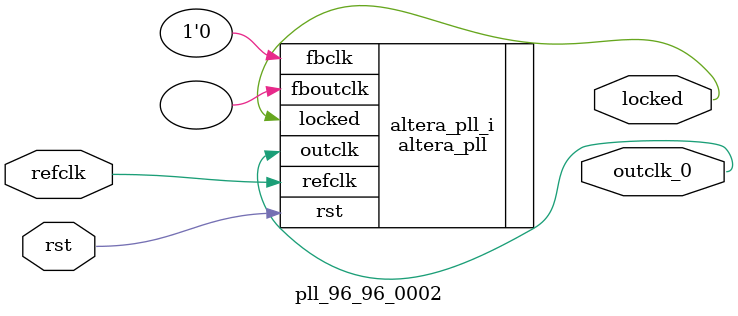
<source format=v>
`timescale 1ns/10ps
module  pll_96_96_0002(

	// interface 'refclk'
	input wire refclk,

	// interface 'reset'
	input wire rst,

	// interface 'outclk0'
	output wire outclk_0,

	// interface 'locked'
	output wire locked
);

	altera_pll #(
		.fractional_vco_multiplier("false"),
		.reference_clock_frequency("96.0 MHz"),
		.operation_mode("direct"),
		.number_of_clocks(1),
		.output_clock_frequency0("96.000000 MHz"),
		.phase_shift0("0 ps"),
		.duty_cycle0(50),
		.output_clock_frequency1("0 MHz"),
		.phase_shift1("0 ps"),
		.duty_cycle1(50),
		.output_clock_frequency2("0 MHz"),
		.phase_shift2("0 ps"),
		.duty_cycle2(50),
		.output_clock_frequency3("0 MHz"),
		.phase_shift3("0 ps"),
		.duty_cycle3(50),
		.output_clock_frequency4("0 MHz"),
		.phase_shift4("0 ps"),
		.duty_cycle4(50),
		.output_clock_frequency5("0 MHz"),
		.phase_shift5("0 ps"),
		.duty_cycle5(50),
		.output_clock_frequency6("0 MHz"),
		.phase_shift6("0 ps"),
		.duty_cycle6(50),
		.output_clock_frequency7("0 MHz"),
		.phase_shift7("0 ps"),
		.duty_cycle7(50),
		.output_clock_frequency8("0 MHz"),
		.phase_shift8("0 ps"),
		.duty_cycle8(50),
		.output_clock_frequency9("0 MHz"),
		.phase_shift9("0 ps"),
		.duty_cycle9(50),
		.output_clock_frequency10("0 MHz"),
		.phase_shift10("0 ps"),
		.duty_cycle10(50),
		.output_clock_frequency11("0 MHz"),
		.phase_shift11("0 ps"),
		.duty_cycle11(50),
		.output_clock_frequency12("0 MHz"),
		.phase_shift12("0 ps"),
		.duty_cycle12(50),
		.output_clock_frequency13("0 MHz"),
		.phase_shift13("0 ps"),
		.duty_cycle13(50),
		.output_clock_frequency14("0 MHz"),
		.phase_shift14("0 ps"),
		.duty_cycle14(50),
		.output_clock_frequency15("0 MHz"),
		.phase_shift15("0 ps"),
		.duty_cycle15(50),
		.output_clock_frequency16("0 MHz"),
		.phase_shift16("0 ps"),
		.duty_cycle16(50),
		.output_clock_frequency17("0 MHz"),
		.phase_shift17("0 ps"),
		.duty_cycle17(50),
		.pll_type("General"),
		.pll_subtype("General")
	) altera_pll_i (
		.rst	(rst),
		.outclk	({outclk_0}),
		.locked	(locked),
		.fboutclk	( ),
		.fbclk	(1'b0),
		.refclk	(refclk)
	);
endmodule


</source>
